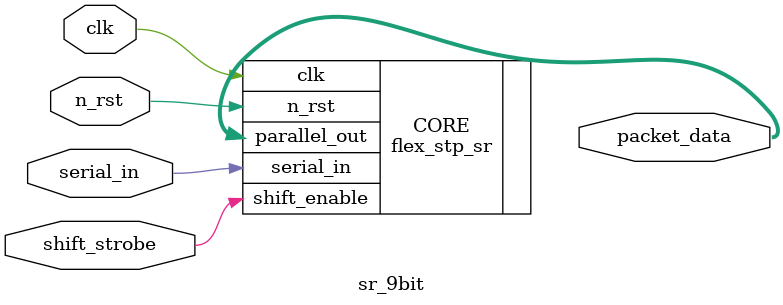
<source format=sv>

module sr_9bit
(
  input wire clk,
  input wire n_rst,
  input wire serial_in,
  input wire shift_strobe,
  output wire [8:0] packet_data
);

flex_stp_sr #(9,0) CORE (.clk(clk),.n_rst(n_rst),.serial_in(serial_in),.shift_enable(shift_strobe),.parallel_out(packet_data));

endmodule

</source>
